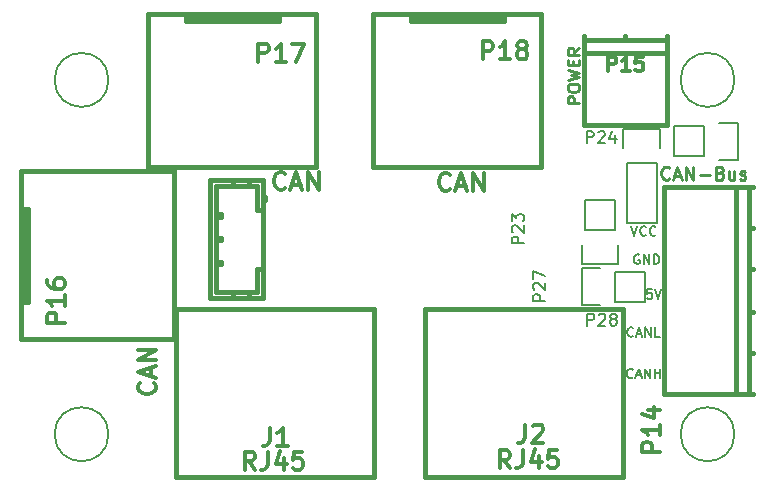
<source format=gto>
G04 #@! TF.GenerationSoftware,KiCad,Pcbnew,(5.0.2)-1*
G04 #@! TF.CreationDate,2018-12-29T22:18:37+01:00*
G04 #@! TF.ProjectId,distributor_v2_only,64697374-7269-4627-9574-6f725f76325f,rev?*
G04 #@! TF.SameCoordinates,PX5e78920PY8670810*
G04 #@! TF.FileFunction,Legend,Top*
G04 #@! TF.FilePolarity,Positive*
%FSLAX46Y46*%
G04 Gerber Fmt 4.6, Leading zero omitted, Abs format (unit mm)*
G04 Created by KiCad (PCBNEW (5.0.2)-1) date 29.12.2018 22:18:37*
%MOMM*%
%LPD*%
G01*
G04 APERTURE LIST*
%ADD10C,0.200000*%
%ADD11C,0.381000*%
%ADD12C,0.150000*%
%ADD13C,0.304800*%
%ADD14C,0.300000*%
%ADD15C,0.250000*%
G04 APERTURE END LIST*
D10*
X50977933Y22078896D02*
X51244600Y21278896D01*
X51511266Y22078896D01*
X52235076Y21355086D02*
X52196980Y21316991D01*
X52082695Y21278896D01*
X52006504Y21278896D01*
X51892219Y21316991D01*
X51816028Y21393181D01*
X51777933Y21469372D01*
X51739838Y21621753D01*
X51739838Y21736039D01*
X51777933Y21888420D01*
X51816028Y21964610D01*
X51892219Y22040800D01*
X52006504Y22078896D01*
X52082695Y22078896D01*
X52196980Y22040800D01*
X52235076Y22002705D01*
X53035076Y21355086D02*
X52996980Y21316991D01*
X52882695Y21278896D01*
X52806504Y21278896D01*
X52692219Y21316991D01*
X52616028Y21393181D01*
X52577933Y21469372D01*
X52539838Y21621753D01*
X52539838Y21736039D01*
X52577933Y21888420D01*
X52616028Y21964610D01*
X52692219Y22040800D01*
X52806504Y22078896D01*
X52882695Y22078896D01*
X52996980Y22040800D01*
X53035076Y22002705D01*
X51663676Y19653200D02*
X51587485Y19691296D01*
X51473200Y19691296D01*
X51358914Y19653200D01*
X51282723Y19577010D01*
X51244628Y19500820D01*
X51206533Y19348439D01*
X51206533Y19234153D01*
X51244628Y19081772D01*
X51282723Y19005581D01*
X51358914Y18929391D01*
X51473200Y18891296D01*
X51549390Y18891296D01*
X51663676Y18929391D01*
X51701771Y18967486D01*
X51701771Y19234153D01*
X51549390Y19234153D01*
X52044628Y18891296D02*
X52044628Y19691296D01*
X52501771Y18891296D01*
X52501771Y19691296D01*
X52882723Y18891296D02*
X52882723Y19691296D01*
X53073200Y19691296D01*
X53187485Y19653200D01*
X53263676Y19577010D01*
X53301771Y19500820D01*
X53339866Y19348439D01*
X53339866Y19234153D01*
X53301771Y19081772D01*
X53263676Y19005581D01*
X53187485Y18929391D01*
X53073200Y18891296D01*
X52882723Y18891296D01*
X52737619Y16758096D02*
X52356666Y16758096D01*
X52318571Y16377143D01*
X52356666Y16415239D01*
X52432857Y16453334D01*
X52623333Y16453334D01*
X52699523Y16415239D01*
X52737619Y16377143D01*
X52775714Y16300953D01*
X52775714Y16110477D01*
X52737619Y16034286D01*
X52699523Y15996191D01*
X52623333Y15958096D01*
X52432857Y15958096D01*
X52356666Y15996191D01*
X52318571Y16034286D01*
X53004285Y16758096D02*
X53270952Y15958096D01*
X53537619Y16758096D01*
X51155704Y12795286D02*
X51117609Y12757191D01*
X51003323Y12719096D01*
X50927133Y12719096D01*
X50812847Y12757191D01*
X50736657Y12833381D01*
X50698561Y12909572D01*
X50660466Y13061953D01*
X50660466Y13176239D01*
X50698561Y13328620D01*
X50736657Y13404810D01*
X50812847Y13481000D01*
X50927133Y13519096D01*
X51003323Y13519096D01*
X51117609Y13481000D01*
X51155704Y13442905D01*
X51460466Y12947667D02*
X51841419Y12947667D01*
X51384276Y12719096D02*
X51650942Y13519096D01*
X51917609Y12719096D01*
X52184276Y12719096D02*
X52184276Y13519096D01*
X52641419Y12719096D01*
X52641419Y13519096D01*
X53403323Y12719096D02*
X53022371Y12719096D01*
X53022371Y13519096D01*
X51111266Y9290086D02*
X51073171Y9251991D01*
X50958885Y9213896D01*
X50882695Y9213896D01*
X50768409Y9251991D01*
X50692219Y9328181D01*
X50654123Y9404372D01*
X50616028Y9556753D01*
X50616028Y9671039D01*
X50654123Y9823420D01*
X50692219Y9899610D01*
X50768409Y9975800D01*
X50882695Y10013896D01*
X50958885Y10013896D01*
X51073171Y9975800D01*
X51111266Y9937705D01*
X51416028Y9442467D02*
X51796980Y9442467D01*
X51339838Y9213896D02*
X51606504Y10013896D01*
X51873171Y9213896D01*
X52139838Y9213896D02*
X52139838Y10013896D01*
X52596980Y9213896D01*
X52596980Y10013896D01*
X52977933Y9213896D02*
X52977933Y10013896D01*
X52977933Y9632943D02*
X53435076Y9632943D01*
X53435076Y9213896D02*
X53435076Y10013896D01*
D11*
G04 #@! TO.C,J1*
X12458000Y15092000D02*
X12458000Y868000D01*
X12458000Y868000D02*
X14744000Y868000D01*
X29222000Y15092000D02*
X29222000Y868000D01*
X29222000Y868000D02*
X26936000Y868000D01*
X12585000Y15065000D02*
X29095000Y15065000D01*
X14744000Y841000D02*
X26936000Y841000D01*
D12*
G04 #@! TO.C,R08*
X59726000Y4470000D02*
G75*
G03X59726000Y4470000I-2286000J0D01*
G01*
G04 #@! TO.C,R06*
X59726000Y34470000D02*
G75*
G03X59726000Y34470000I-2286000J0D01*
G01*
G04 #@! TO.C,R05*
X6726000Y34470000D02*
G75*
G03X6726000Y34470000I-2286000J0D01*
G01*
G04 #@! TO.C,R07*
X6726000Y4470000D02*
G75*
G03X6726000Y4470000I-2286000J0D01*
G01*
D11*
G04 #@! TO.C,P15*
X50482500Y37817000D02*
X50482500Y38217000D01*
X53982500Y36717000D02*
X46982500Y36717000D01*
X53982500Y37817000D02*
X46982500Y37817000D01*
X53982500Y30617000D02*
X53982500Y38217000D01*
X46982500Y38217000D02*
X46982500Y30617000D01*
X46982500Y30617000D02*
X53982500Y30617000D01*
G04 #@! TO.C,P14*
X60931000Y21937000D02*
X61331000Y21937000D01*
X60931000Y18437000D02*
X61331000Y18437000D01*
X60931000Y11337000D02*
X61331000Y11337000D01*
X60931000Y14837000D02*
X61331000Y14837000D01*
X59831000Y7837000D02*
X59831000Y25437000D01*
X60931000Y7837000D02*
X60931000Y25437000D01*
X53731000Y7837000D02*
X61331000Y7837000D01*
X61331000Y25437000D02*
X53731000Y25437000D01*
X53731000Y25437000D02*
X53731000Y7837000D01*
G04 #@! TO.C,J2*
X33558000Y15092000D02*
X33558000Y868000D01*
X33558000Y868000D02*
X35844000Y868000D01*
X50322000Y15092000D02*
X50322000Y868000D01*
X50322000Y868000D02*
X48036000Y868000D01*
X33685000Y15065000D02*
X50195000Y15065000D01*
X35844000Y841000D02*
X48036000Y841000D01*
D12*
G04 #@! TO.C,P24*
X50596800Y27457400D02*
X50596800Y22377400D01*
X50596800Y22377400D02*
X53136800Y22377400D01*
X53136800Y22377400D02*
X53136800Y27457400D01*
X53416800Y30277400D02*
X53416800Y28727400D01*
X53136800Y27457400D02*
X50596800Y27457400D01*
X50316800Y28727400D02*
X50316800Y30277400D01*
X50316800Y30277400D02*
X53416800Y30277400D01*
D11*
G04 #@! TO.C,P16*
X-76200Y23545800D02*
X-584200Y23545800D01*
X-76200Y15671800D02*
X-584200Y15671800D01*
X-76200Y23545800D02*
X-76200Y15671800D01*
X-330200Y23545800D02*
X-330200Y15671800D01*
X-584200Y15671800D02*
X-584200Y23545800D01*
X-711200Y12496800D02*
X12242800Y12496800D01*
X12242800Y12496800D02*
X12242800Y26720800D01*
X12242800Y26720800D02*
X-711200Y26720800D01*
X-711200Y26720800D02*
X-711200Y12496800D01*
G04 #@! TO.C,P17*
X21158200Y39420800D02*
X21158200Y39928800D01*
X13284200Y39420800D02*
X13284200Y39928800D01*
X21158200Y39420800D02*
X13284200Y39420800D01*
X21158200Y39674800D02*
X13284200Y39674800D01*
X13284200Y39928800D02*
X21158200Y39928800D01*
X10109200Y40055800D02*
X10109200Y27101800D01*
X10109200Y27101800D02*
X24333200Y27101800D01*
X24333200Y27101800D02*
X24333200Y40055800D01*
X24333200Y40055800D02*
X10109200Y40055800D01*
G04 #@! TO.C,P18*
X40208200Y39420800D02*
X40208200Y39928800D01*
X32334200Y39420800D02*
X32334200Y39928800D01*
X40208200Y39420800D02*
X32334200Y39420800D01*
X40208200Y39674800D02*
X32334200Y39674800D01*
X32334200Y39928800D02*
X40208200Y39928800D01*
X29159200Y40055800D02*
X29159200Y27101800D01*
X29159200Y27101800D02*
X43383200Y27101800D01*
X43383200Y27101800D02*
X43383200Y40055800D01*
X43383200Y40055800D02*
X29159200Y40055800D01*
D12*
G04 #@! TO.C,P27*
X49610000Y18240000D02*
X52150000Y18240000D01*
X46790000Y18520000D02*
X48340000Y18520000D01*
X49610000Y18240000D02*
X49610000Y15700000D01*
X48340000Y15420000D02*
X46790000Y15420000D01*
X46790000Y15420000D02*
X46790000Y18520000D01*
X49610000Y15700000D02*
X52150000Y15700000D01*
X52150000Y15700000D02*
X52150000Y18240000D01*
G04 #@! TO.C,P28*
X47070000Y21740000D02*
X47070000Y24280000D01*
X46790000Y18920000D02*
X46790000Y20470000D01*
X47070000Y21740000D02*
X49610000Y21740000D01*
X49890000Y20470000D02*
X49890000Y18920000D01*
X49890000Y18920000D02*
X46790000Y18920000D01*
X49610000Y21740000D02*
X49610000Y24280000D01*
X49610000Y24280000D02*
X47070000Y24280000D01*
G04 #@! TO.C,P29*
X57170000Y28000000D02*
X54630000Y28000000D01*
X59990000Y27720000D02*
X58440000Y27720000D01*
X57170000Y28000000D02*
X57170000Y30540000D01*
X58440000Y30820000D02*
X59990000Y30820000D01*
X59990000Y30820000D02*
X59990000Y27720000D01*
X57170000Y30540000D02*
X54630000Y30540000D01*
X54630000Y30540000D02*
X54630000Y28000000D01*
D11*
G04 #@! TO.C,P20*
X16283940Y20881340D02*
X15783560Y20881340D01*
X16283940Y21079460D02*
X16283940Y20881340D01*
X15783560Y21079460D02*
X16283940Y21079460D01*
X15285720Y25981660D02*
X15285720Y15979140D01*
X15783560Y16479520D02*
X15783560Y25481280D01*
X19784060Y25981660D02*
X19784060Y15979140D01*
X16283940Y22882860D02*
X15783560Y22882860D01*
X16283940Y23080980D02*
X16283940Y22882860D01*
X15783560Y23080980D02*
X16283940Y23080980D01*
X15783560Y19080480D02*
X16283940Y19080480D01*
X16283940Y19080480D02*
X16283940Y18882360D01*
X16283940Y18882360D02*
X15783560Y18882360D01*
X18585180Y15979140D02*
X18585180Y16479520D01*
X17284700Y16479520D02*
X17284700Y15979140D01*
X17284700Y25481280D02*
X17284700Y25981660D01*
X18585180Y25481280D02*
X18585180Y25981660D01*
X19784060Y23482300D02*
X19283680Y23482300D01*
X19283680Y23482300D02*
X19283680Y25481280D01*
X19283680Y25481280D02*
X15783560Y25481280D01*
X15783560Y16479520D02*
X19283680Y16479520D01*
X19283680Y16479520D02*
X19283680Y18478500D01*
X19283680Y18478500D02*
X19784060Y18478500D01*
X19784060Y25981660D02*
X15285720Y25981660D01*
X19784060Y15979140D02*
X15285720Y15979140D01*
X19784060Y24282400D02*
X19984720Y24282400D01*
X19984720Y24282400D02*
X19984720Y24582120D01*
X19984720Y24582120D02*
X19784060Y24582120D01*
G04 #@! TO.C,J1*
D13*
X20370800Y5025572D02*
X20370800Y3937000D01*
X20298228Y3719286D01*
X20153085Y3574143D01*
X19935371Y3501572D01*
X19790228Y3501572D01*
X21894800Y3501572D02*
X21023942Y3501572D01*
X21459371Y3501572D02*
X21459371Y5025572D01*
X21314228Y4807858D01*
X21169085Y4662715D01*
X21023942Y4590143D01*
X19140714Y1469572D02*
X18632714Y2195286D01*
X18269857Y1469572D02*
X18269857Y2993572D01*
X18850428Y2993572D01*
X18995571Y2921000D01*
X19068142Y2848429D01*
X19140714Y2703286D01*
X19140714Y2485572D01*
X19068142Y2340429D01*
X18995571Y2267858D01*
X18850428Y2195286D01*
X18269857Y2195286D01*
X20229285Y2993572D02*
X20229285Y1905000D01*
X20156714Y1687286D01*
X20011571Y1542143D01*
X19793857Y1469572D01*
X19648714Y1469572D01*
X21608142Y2485572D02*
X21608142Y1469572D01*
X21245285Y3066143D02*
X20882428Y1977572D01*
X21825857Y1977572D01*
X23132142Y2993572D02*
X22406428Y2993572D01*
X22333857Y2267858D01*
X22406428Y2340429D01*
X22551571Y2413000D01*
X22914428Y2413000D01*
X23059571Y2340429D01*
X23132142Y2267858D01*
X23204714Y2122715D01*
X23204714Y1759858D01*
X23132142Y1614715D01*
X23059571Y1542143D01*
X22914428Y1469572D01*
X22551571Y1469572D01*
X22406428Y1542143D01*
X22333857Y1614715D01*
G04 #@! TO.C,P15*
D14*
X49032857Y35227143D02*
X49032857Y36427143D01*
X49490000Y36427143D01*
X49604285Y36370000D01*
X49661428Y36312858D01*
X49718571Y36198572D01*
X49718571Y36027143D01*
X49661428Y35912858D01*
X49604285Y35855715D01*
X49490000Y35798572D01*
X49032857Y35798572D01*
X50861428Y35227143D02*
X50175714Y35227143D01*
X50518571Y35227143D02*
X50518571Y36427143D01*
X50404285Y36255715D01*
X50290000Y36141429D01*
X50175714Y36084286D01*
X51947142Y36427143D02*
X51375714Y36427143D01*
X51318571Y35855715D01*
X51375714Y35912858D01*
X51490000Y35970000D01*
X51775714Y35970000D01*
X51890000Y35912858D01*
X51947142Y35855715D01*
X52004285Y35741429D01*
X52004285Y35455715D01*
X51947142Y35341429D01*
X51890000Y35284286D01*
X51775714Y35227143D01*
X51490000Y35227143D01*
X51375714Y35284286D01*
X51318571Y35341429D01*
D15*
X46592380Y32510477D02*
X45592380Y32510477D01*
X45592380Y32891429D01*
X45640000Y32986667D01*
X45687619Y33034286D01*
X45782857Y33081905D01*
X45925714Y33081905D01*
X46020952Y33034286D01*
X46068571Y32986667D01*
X46116190Y32891429D01*
X46116190Y32510477D01*
X45592380Y33700953D02*
X45592380Y33891429D01*
X45640000Y33986667D01*
X45735238Y34081905D01*
X45925714Y34129524D01*
X46259047Y34129524D01*
X46449523Y34081905D01*
X46544761Y33986667D01*
X46592380Y33891429D01*
X46592380Y33700953D01*
X46544761Y33605715D01*
X46449523Y33510477D01*
X46259047Y33462858D01*
X45925714Y33462858D01*
X45735238Y33510477D01*
X45640000Y33605715D01*
X45592380Y33700953D01*
X45592380Y34462858D02*
X46592380Y34700953D01*
X45878095Y34891429D01*
X46592380Y35081905D01*
X45592380Y35320000D01*
X46068571Y35700953D02*
X46068571Y36034286D01*
X46592380Y36177143D02*
X46592380Y35700953D01*
X45592380Y35700953D01*
X45592380Y36177143D01*
X46592380Y37177143D02*
X46116190Y36843810D01*
X46592380Y36605715D02*
X45592380Y36605715D01*
X45592380Y36986667D01*
X45640000Y37081905D01*
X45687619Y37129524D01*
X45782857Y37177143D01*
X45925714Y37177143D01*
X46020952Y37129524D01*
X46068571Y37081905D01*
X46116190Y36986667D01*
X46116190Y36605715D01*
G04 #@! TO.C,P14*
D14*
X53434371Y2979172D02*
X51934371Y2979172D01*
X51934371Y3550600D01*
X52005800Y3693458D01*
X52077228Y3764886D01*
X52220085Y3836315D01*
X52434371Y3836315D01*
X52577228Y3764886D01*
X52648657Y3693458D01*
X52720085Y3550600D01*
X52720085Y2979172D01*
X53434371Y5264886D02*
X53434371Y4407743D01*
X53434371Y4836315D02*
X51934371Y4836315D01*
X52148657Y4693458D01*
X52291514Y4550600D01*
X52362942Y4407743D01*
X52434371Y6550600D02*
X53434371Y6550600D01*
X51862942Y6193458D02*
X52934371Y5836315D01*
X52934371Y6764886D01*
D15*
X54209047Y26127143D02*
X54156666Y26074762D01*
X53999523Y26022381D01*
X53894761Y26022381D01*
X53737619Y26074762D01*
X53632857Y26179524D01*
X53580476Y26284286D01*
X53528095Y26493810D01*
X53528095Y26650953D01*
X53580476Y26860477D01*
X53632857Y26965239D01*
X53737619Y27070000D01*
X53894761Y27122381D01*
X53999523Y27122381D01*
X54156666Y27070000D01*
X54209047Y27017620D01*
X54628095Y26336667D02*
X55151904Y26336667D01*
X54523333Y26022381D02*
X54890000Y27122381D01*
X55256666Y26022381D01*
X55623333Y26022381D02*
X55623333Y27122381D01*
X56251904Y26022381D01*
X56251904Y27122381D01*
X56775714Y26441429D02*
X57613809Y26441429D01*
X58504285Y26598572D02*
X58661428Y26546191D01*
X58713809Y26493810D01*
X58766190Y26389048D01*
X58766190Y26231905D01*
X58713809Y26127143D01*
X58661428Y26074762D01*
X58556666Y26022381D01*
X58137619Y26022381D01*
X58137619Y27122381D01*
X58504285Y27122381D01*
X58609047Y27070000D01*
X58661428Y27017620D01*
X58713809Y26912858D01*
X58713809Y26808096D01*
X58661428Y26703334D01*
X58609047Y26650953D01*
X58504285Y26598572D01*
X58137619Y26598572D01*
X59709047Y26755715D02*
X59709047Y26022381D01*
X59237619Y26755715D02*
X59237619Y26179524D01*
X59290000Y26074762D01*
X59394761Y26022381D01*
X59551904Y26022381D01*
X59656666Y26074762D01*
X59709047Y26127143D01*
X60180476Y26074762D02*
X60285238Y26022381D01*
X60494761Y26022381D01*
X60599523Y26074762D01*
X60651904Y26179524D01*
X60651904Y26231905D01*
X60599523Y26336667D01*
X60494761Y26389048D01*
X60337619Y26389048D01*
X60232857Y26441429D01*
X60180476Y26546191D01*
X60180476Y26598572D01*
X60232857Y26703334D01*
X60337619Y26755715D01*
X60494761Y26755715D01*
X60599523Y26703334D01*
G04 #@! TO.C,J2*
D13*
X42011600Y5279572D02*
X42011600Y4191000D01*
X41939028Y3973286D01*
X41793885Y3828143D01*
X41576171Y3755572D01*
X41431028Y3755572D01*
X42664742Y5134429D02*
X42737314Y5207000D01*
X42882457Y5279572D01*
X43245314Y5279572D01*
X43390457Y5207000D01*
X43463028Y5134429D01*
X43535600Y4989286D01*
X43535600Y4844143D01*
X43463028Y4626429D01*
X42592171Y3755572D01*
X43535600Y3755572D01*
X40730714Y1596572D02*
X40222714Y2322286D01*
X39859857Y1596572D02*
X39859857Y3120572D01*
X40440428Y3120572D01*
X40585571Y3048000D01*
X40658142Y2975429D01*
X40730714Y2830286D01*
X40730714Y2612572D01*
X40658142Y2467429D01*
X40585571Y2394858D01*
X40440428Y2322286D01*
X39859857Y2322286D01*
X41819285Y3120572D02*
X41819285Y2032000D01*
X41746714Y1814286D01*
X41601571Y1669143D01*
X41383857Y1596572D01*
X41238714Y1596572D01*
X43198142Y2612572D02*
X43198142Y1596572D01*
X42835285Y3193143D02*
X42472428Y2104572D01*
X43415857Y2104572D01*
X44722142Y3120572D02*
X43996428Y3120572D01*
X43923857Y2394858D01*
X43996428Y2467429D01*
X44141571Y2540000D01*
X44504428Y2540000D01*
X44649571Y2467429D01*
X44722142Y2394858D01*
X44794714Y2249715D01*
X44794714Y1886858D01*
X44722142Y1741715D01*
X44649571Y1669143D01*
X44504428Y1596572D01*
X44141571Y1596572D01*
X43996428Y1669143D01*
X43923857Y1741715D01*
G04 #@! TO.C,P23*
D12*
X41879780Y20629715D02*
X40879780Y20629715D01*
X40879780Y21010667D01*
X40927400Y21105905D01*
X40975019Y21153524D01*
X41070257Y21201143D01*
X41213114Y21201143D01*
X41308352Y21153524D01*
X41355971Y21105905D01*
X41403590Y21010667D01*
X41403590Y20629715D01*
X40975019Y21582096D02*
X40927400Y21629715D01*
X40879780Y21724953D01*
X40879780Y21963048D01*
X40927400Y22058286D01*
X40975019Y22105905D01*
X41070257Y22153524D01*
X41165495Y22153524D01*
X41308352Y22105905D01*
X41879780Y21534477D01*
X41879780Y22153524D01*
X40879780Y22486858D02*
X40879780Y23105905D01*
X41260733Y22772572D01*
X41260733Y22915429D01*
X41308352Y23010667D01*
X41355971Y23058286D01*
X41451209Y23105905D01*
X41689304Y23105905D01*
X41784542Y23058286D01*
X41832161Y23010667D01*
X41879780Y22915429D01*
X41879780Y22629715D01*
X41832161Y22534477D01*
X41784542Y22486858D01*
G04 #@! TO.C,P24*
X47225714Y29117620D02*
X47225714Y30117620D01*
X47606666Y30117620D01*
X47701904Y30070000D01*
X47749523Y30022381D01*
X47797142Y29927143D01*
X47797142Y29784286D01*
X47749523Y29689048D01*
X47701904Y29641429D01*
X47606666Y29593810D01*
X47225714Y29593810D01*
X48178095Y30022381D02*
X48225714Y30070000D01*
X48320952Y30117620D01*
X48559047Y30117620D01*
X48654285Y30070000D01*
X48701904Y30022381D01*
X48749523Y29927143D01*
X48749523Y29831905D01*
X48701904Y29689048D01*
X48130476Y29117620D01*
X48749523Y29117620D01*
X49606666Y29784286D02*
X49606666Y29117620D01*
X49368571Y30165239D02*
X49130476Y29450953D01*
X49749523Y29450953D01*
G04 #@! TO.C,P16*
D13*
X3038928Y13897429D02*
X1514928Y13897429D01*
X1514928Y14478000D01*
X1587500Y14623143D01*
X1660071Y14695715D01*
X1805214Y14768286D01*
X2022928Y14768286D01*
X2168071Y14695715D01*
X2240642Y14623143D01*
X2313214Y14478000D01*
X2313214Y13897429D01*
X3038928Y16219715D02*
X3038928Y15348858D01*
X3038928Y15784286D02*
X1514928Y15784286D01*
X1732642Y15639143D01*
X1877785Y15494000D01*
X1950357Y15348858D01*
X1514928Y17526000D02*
X1514928Y17235715D01*
X1587500Y17090572D01*
X1660071Y17018000D01*
X1877785Y16872858D01*
X2168071Y16800286D01*
X2748642Y16800286D01*
X2893785Y16872858D01*
X2966357Y16945429D01*
X3038928Y17090572D01*
X3038928Y17380858D01*
X2966357Y17526000D01*
X2893785Y17598572D01*
X2748642Y17671143D01*
X2385785Y17671143D01*
X2240642Y17598572D01*
X2168071Y17526000D01*
X2095500Y17380858D01*
X2095500Y17090572D01*
X2168071Y16945429D01*
X2240642Y16872858D01*
X2385785Y16800286D01*
X10602685Y8799286D02*
X10675257Y8726715D01*
X10747828Y8509000D01*
X10747828Y8363858D01*
X10675257Y8146143D01*
X10530114Y8001000D01*
X10384971Y7928429D01*
X10094685Y7855858D01*
X9876971Y7855858D01*
X9586685Y7928429D01*
X9441542Y8001000D01*
X9296400Y8146143D01*
X9223828Y8363858D01*
X9223828Y8509000D01*
X9296400Y8726715D01*
X9368971Y8799286D01*
X10312400Y9379858D02*
X10312400Y10105572D01*
X10747828Y9234715D02*
X9223828Y9742715D01*
X10747828Y10250715D01*
X10747828Y10758715D02*
X9223828Y10758715D01*
X10747828Y11629572D01*
X9223828Y11629572D01*
G04 #@! TO.C,P17*
X19421928Y36013572D02*
X19421928Y37537572D01*
X20002500Y37537572D01*
X20147642Y37465000D01*
X20220214Y37392429D01*
X20292785Y37247286D01*
X20292785Y37029572D01*
X20220214Y36884429D01*
X20147642Y36811858D01*
X20002500Y36739286D01*
X19421928Y36739286D01*
X21744214Y36013572D02*
X20873357Y36013572D01*
X21308785Y36013572D02*
X21308785Y37537572D01*
X21163642Y37319858D01*
X21018500Y37174715D01*
X20873357Y37102143D01*
X22252214Y37537572D02*
X23268214Y37537572D01*
X22615071Y36013572D01*
X21689785Y25300215D02*
X21617214Y25227643D01*
X21399500Y25155072D01*
X21254357Y25155072D01*
X21036642Y25227643D01*
X20891500Y25372786D01*
X20818928Y25517929D01*
X20746357Y25808215D01*
X20746357Y26025929D01*
X20818928Y26316215D01*
X20891500Y26461358D01*
X21036642Y26606500D01*
X21254357Y26679072D01*
X21399500Y26679072D01*
X21617214Y26606500D01*
X21689785Y26533929D01*
X22270357Y25590500D02*
X22996071Y25590500D01*
X22125214Y25155072D02*
X22633214Y26679072D01*
X23141214Y25155072D01*
X23649214Y25155072D02*
X23649214Y26679072D01*
X24520071Y25155072D01*
X24520071Y26679072D01*
G04 #@! TO.C,P18*
X38408428Y36204072D02*
X38408428Y37728072D01*
X38989000Y37728072D01*
X39134142Y37655500D01*
X39206714Y37582929D01*
X39279285Y37437786D01*
X39279285Y37220072D01*
X39206714Y37074929D01*
X39134142Y37002358D01*
X38989000Y36929786D01*
X38408428Y36929786D01*
X40730714Y36204072D02*
X39859857Y36204072D01*
X40295285Y36204072D02*
X40295285Y37728072D01*
X40150142Y37510358D01*
X40005000Y37365215D01*
X39859857Y37292643D01*
X41601571Y37074929D02*
X41456428Y37147500D01*
X41383857Y37220072D01*
X41311285Y37365215D01*
X41311285Y37437786D01*
X41383857Y37582929D01*
X41456428Y37655500D01*
X41601571Y37728072D01*
X41891857Y37728072D01*
X42037000Y37655500D01*
X42109571Y37582929D01*
X42182142Y37437786D01*
X42182142Y37365215D01*
X42109571Y37220072D01*
X42037000Y37147500D01*
X41891857Y37074929D01*
X41601571Y37074929D01*
X41456428Y37002358D01*
X41383857Y36929786D01*
X41311285Y36784643D01*
X41311285Y36494358D01*
X41383857Y36349215D01*
X41456428Y36276643D01*
X41601571Y36204072D01*
X41891857Y36204072D01*
X42037000Y36276643D01*
X42109571Y36349215D01*
X42182142Y36494358D01*
X42182142Y36784643D01*
X42109571Y36929786D01*
X42037000Y37002358D01*
X41891857Y37074929D01*
X35647085Y25211315D02*
X35574514Y25138743D01*
X35356800Y25066172D01*
X35211657Y25066172D01*
X34993942Y25138743D01*
X34848800Y25283886D01*
X34776228Y25429029D01*
X34703657Y25719315D01*
X34703657Y25937029D01*
X34776228Y26227315D01*
X34848800Y26372458D01*
X34993942Y26517600D01*
X35211657Y26590172D01*
X35356800Y26590172D01*
X35574514Y26517600D01*
X35647085Y26445029D01*
X36227657Y25501600D02*
X36953371Y25501600D01*
X36082514Y25066172D02*
X36590514Y26590172D01*
X37098514Y25066172D01*
X37606514Y25066172D02*
X37606514Y26590172D01*
X38477371Y25066172D01*
X38477371Y26590172D01*
G04 #@! TO.C,P27*
D12*
X43692380Y15755715D02*
X42692380Y15755715D01*
X42692380Y16136667D01*
X42740000Y16231905D01*
X42787619Y16279524D01*
X42882857Y16327143D01*
X43025714Y16327143D01*
X43120952Y16279524D01*
X43168571Y16231905D01*
X43216190Y16136667D01*
X43216190Y15755715D01*
X42787619Y16708096D02*
X42740000Y16755715D01*
X42692380Y16850953D01*
X42692380Y17089048D01*
X42740000Y17184286D01*
X42787619Y17231905D01*
X42882857Y17279524D01*
X42978095Y17279524D01*
X43120952Y17231905D01*
X43692380Y16660477D01*
X43692380Y17279524D01*
X42692380Y17612858D02*
X42692380Y18279524D01*
X43692380Y17850953D01*
G04 #@! TO.C,P28*
X47275714Y13667620D02*
X47275714Y14667620D01*
X47656666Y14667620D01*
X47751904Y14620000D01*
X47799523Y14572381D01*
X47847142Y14477143D01*
X47847142Y14334286D01*
X47799523Y14239048D01*
X47751904Y14191429D01*
X47656666Y14143810D01*
X47275714Y14143810D01*
X48228095Y14572381D02*
X48275714Y14620000D01*
X48370952Y14667620D01*
X48609047Y14667620D01*
X48704285Y14620000D01*
X48751904Y14572381D01*
X48799523Y14477143D01*
X48799523Y14381905D01*
X48751904Y14239048D01*
X48180476Y13667620D01*
X48799523Y13667620D01*
X49370952Y14239048D02*
X49275714Y14286667D01*
X49228095Y14334286D01*
X49180476Y14429524D01*
X49180476Y14477143D01*
X49228095Y14572381D01*
X49275714Y14620000D01*
X49370952Y14667620D01*
X49561428Y14667620D01*
X49656666Y14620000D01*
X49704285Y14572381D01*
X49751904Y14477143D01*
X49751904Y14429524D01*
X49704285Y14334286D01*
X49656666Y14286667D01*
X49561428Y14239048D01*
X49370952Y14239048D01*
X49275714Y14191429D01*
X49228095Y14143810D01*
X49180476Y14048572D01*
X49180476Y13858096D01*
X49228095Y13762858D01*
X49275714Y13715239D01*
X49370952Y13667620D01*
X49561428Y13667620D01*
X49656666Y13715239D01*
X49704285Y13762858D01*
X49751904Y13858096D01*
X49751904Y14048572D01*
X49704285Y14143810D01*
X49656666Y14191429D01*
X49561428Y14239048D01*
G04 #@! TD*
M02*

</source>
